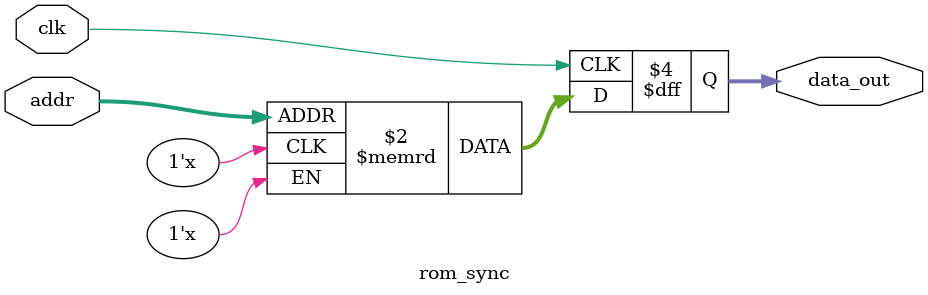
<source format=v>
`timescale 1ns / 1ps

module rom_sync #(
    parameter DATA_WIDTH = 8,
    parameter ADDR_WIDTH = 10,
    parameter MEM_FILE   = ""
)(
    input  wire                  clk,
    input  wire [ADDR_WIDTH-1:0] addr,
    output reg signed [DATA_WIDTH-1:0] data_out
);
    
    localparam MEM_DEPTH = 1 << ADDR_WIDTH;
    
    (* ram_style = "block" *) 
    reg [DATA_WIDTH-1:0] mem [0:MEM_DEPTH-1];

    initial begin
        if (MEM_FILE != "") begin
            $readmemh(MEM_FILE, mem);
        end
    end

    always @(posedge clk) begin
        data_out <= mem[addr];
    end

endmodule
</source>
